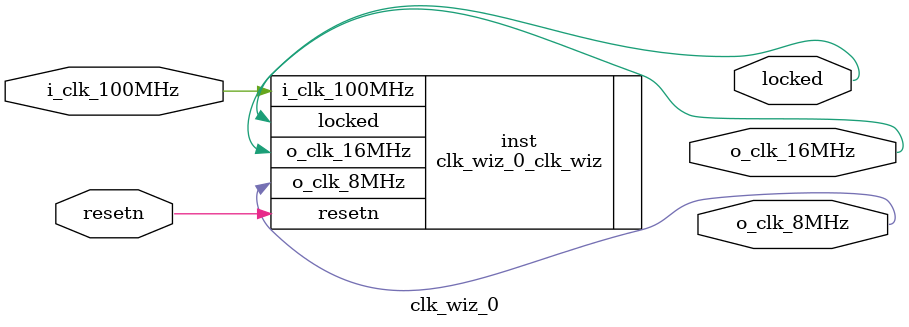
<source format=v>


`timescale 1ps/1ps

(* CORE_GENERATION_INFO = "clk_wiz_0,clk_wiz_v6_0_6_0_0,{component_name=clk_wiz_0,use_phase_alignment=true,use_min_o_jitter=false,use_max_i_jitter=false,use_dyn_phase_shift=false,use_inclk_switchover=false,use_dyn_reconfig=false,enable_axi=0,feedback_source=FDBK_AUTO,PRIMITIVE=MMCM,num_out_clk=2,clkin1_period=10.000,clkin2_period=10.000,use_power_down=false,use_reset=true,use_locked=true,use_inclk_stopped=false,feedback_type=SINGLE,CLOCK_MGR_TYPE=NA,manual_override=false}" *)

module clk_wiz_0 
 (
  // Clock out ports
  output        o_clk_16MHz,
  output        o_clk_8MHz,
  // Status and control signals
  input         resetn,
  output        locked,
 // Clock in ports
  input         i_clk_100MHz
 );

  clk_wiz_0_clk_wiz inst
  (
  // Clock out ports  
  .o_clk_16MHz(o_clk_16MHz),
  .o_clk_8MHz(o_clk_8MHz),
  // Status and control signals               
  .resetn(resetn), 
  .locked(locked),
 // Clock in ports
  .i_clk_100MHz(i_clk_100MHz)
  );

endmodule

</source>
